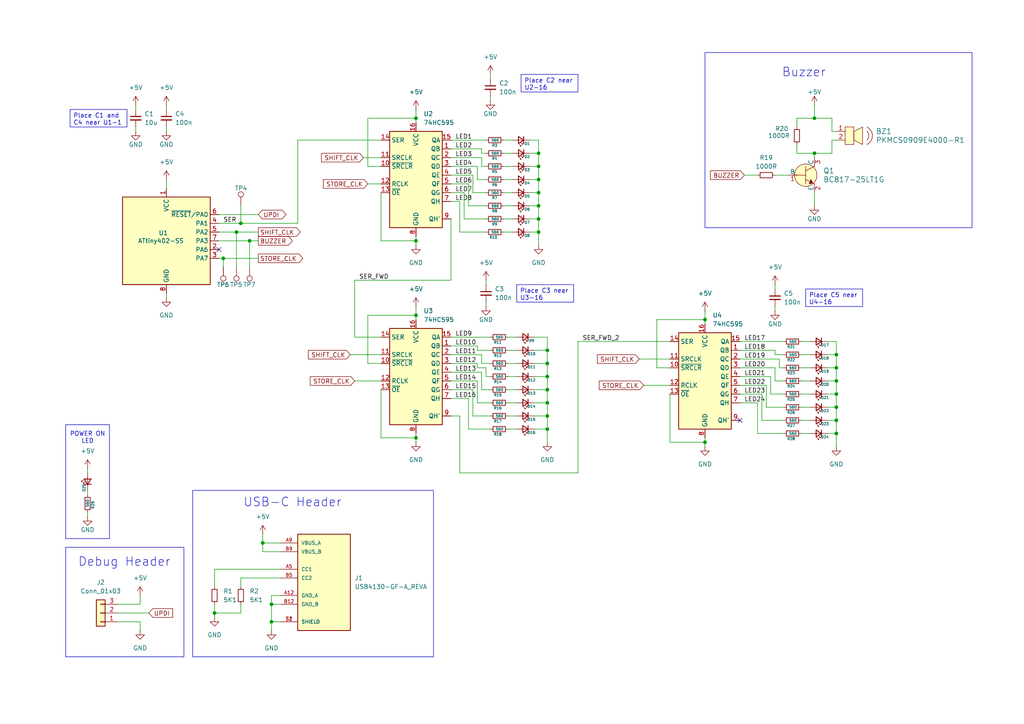
<source format=kicad_sch>
(kicad_sch (version 20231120) (generator "eeschema") (generator_version "8.0")
  (paper "A4")
  (junction (at 120.65 69.85))
  (junction (at 158.75 116.84))
  (junction (at 242.57 114.3))
  (junction (at 158.75 105.41))
  (junction (at 156.21 55.88))
  (junction (at 158.75 120.65))
  (junction (at 120.65 34.29))
  (junction (at 78.74 175.26))
  (junction (at 62.23 177.8))
  (junction (at 242.57 121.92))
  (junction (at 236.22 34.29))
  (junction (at 204.47 92.71))
  (junction (at 242.57 125.73))
  (junction (at 242.57 110.49))
  (junction (at 158.75 124.46))
  (junction (at 156.21 67.31))
  (junction (at 204.47 128.27))
  (junction (at 242.57 118.11))
  (junction (at 158.75 113.03))
  (junction (at 72.39 69.85))
  (junction (at 78.74 180.34))
  (junction (at 68.58 67.31))
  (junction (at 236.22 44.45))
  (junction (at 76.2 157.48))
  (junction (at 64.77 74.93))
  (junction (at 158.75 101.6))
  (junction (at 242.57 106.68))
  (junction (at 156.21 59.69))
  (junction (at 156.21 52.07))
  (junction (at 156.21 48.26))
  (junction (at 242.57 102.87))
  (junction (at 156.21 63.5))
  (junction (at 120.65 127))
  (junction (at 120.65 91.44))
  (junction (at 69.85 64.77))
  (junction (at 156.21 44.45))
  (junction (at 158.75 109.22))
  (no_connect (at 63.5 72.39))
  (no_connect (at 214.63 121.92))
  (wire (pts (xy 78.74 175.26) (xy 81.28 175.26)))
  (wire (pts (xy 62.23 165.1) (xy 81.28 165.1)))
  (wire (pts (xy 40.64 175.26) (xy 40.64 172.72)))
  (wire (pts (xy 214.63 99.06) (xy 227.33 99.06)))
  (wire (pts (xy 236.22 45.72) (xy 236.22 44.45)))
  (wire (pts (xy 140.97 87.63) (xy 140.97 88.9)))
  (wire (pts (xy 78.74 172.72) (xy 78.74 175.26)))
  (wire (pts (xy 232.41 99.06) (xy 234.95 99.06)))
  (wire (pts (xy 154.94 124.46) (xy 158.75 124.46)))
  (wire (pts (xy 133.35 120.65) (xy 130.81 120.65)))
  (wire (pts (xy 68.58 67.31) (xy 68.58 77.47)))
  (wire (pts (xy 130.81 40.64) (xy 140.97 40.64)))
  (wire (pts (xy 232.41 106.68) (xy 234.95 106.68)))
  (wire (pts (xy 154.94 109.22) (xy 158.75 109.22)))
  (wire (pts (xy 147.32 97.79) (xy 149.86 97.79)))
  (wire (pts (xy 106.68 105.41) (xy 106.68 91.44)))
  (wire (pts (xy 130.81 97.79) (xy 142.24 97.79)))
  (wire (pts (xy 194.31 114.3) (xy 194.31 128.27)))
  (wire (pts (xy 102.87 97.79) (xy 110.49 97.79)))
  (wire (pts (xy 106.68 34.29) (xy 120.65 34.29)))
  (wire (pts (xy 120.65 31.75) (xy 120.65 34.29)))
  (wire (pts (xy 224.79 88.9) (xy 224.79 90.17)))
  (wire (pts (xy 138.43 100.33) (xy 130.81 100.33)))
  (wire (pts (xy 158.75 113.03) (xy 158.75 116.84)))
  (wire (pts (xy 39.37 30.48) (xy 39.37 31.75)))
  (wire (pts (xy 138.43 101.6) (xy 138.43 100.33)))
  (wire (pts (xy 120.65 91.44) (xy 120.65 92.71)))
  (wire (pts (xy 231.14 34.29) (xy 231.14 36.83)))
  (wire (pts (xy 158.75 101.6) (xy 158.75 105.41)))
  (wire (pts (xy 236.22 34.29) (xy 241.3 34.29)))
  (wire (pts (xy 39.37 36.83) (xy 39.37 38.1)))
  (wire (pts (xy 142.24 105.41) (xy 139.7 105.41)))
  (wire (pts (xy 153.67 59.69) (xy 156.21 59.69)))
  (wire (pts (xy 137.16 120.65) (xy 142.24 120.65)))
  (wire (pts (xy 240.03 121.92) (xy 242.57 121.92)))
  (wire (pts (xy 134.62 63.5) (xy 140.97 63.5)))
  (wire (pts (xy 133.35 137.16) (xy 133.35 120.65)))
  (wire (pts (xy 240.03 99.06) (xy 242.57 99.06)))
  (wire (pts (xy 120.65 68.58) (xy 120.65 69.85)))
  (wire (pts (xy 194.31 106.68) (xy 190.5 106.68)))
  (wire (pts (xy 156.21 63.5) (xy 156.21 67.31)))
  (wire (pts (xy 231.14 44.45) (xy 236.22 44.45)))
  (wire (pts (xy 156.21 67.31) (xy 156.21 71.12)))
  (wire (pts (xy 140.97 106.68) (xy 138.43 106.68)))
  (wire (pts (xy 154.94 101.6) (xy 158.75 101.6)))
  (wire (pts (xy 48.26 36.83) (xy 48.26 38.1)))
  (wire (pts (xy 142.24 109.22) (xy 140.97 109.22)))
  (wire (pts (xy 147.32 124.46) (xy 149.86 124.46)))
  (wire (pts (xy 214.63 111.76) (xy 222.25 111.76)))
  (wire (pts (xy 142.24 27.94) (xy 142.24 29.21)))
  (wire (pts (xy 64.77 74.93) (xy 74.93 74.93)))
  (wire (pts (xy 147.32 105.41) (xy 149.86 105.41)))
  (wire (pts (xy 130.81 58.42) (xy 133.35 58.42)))
  (wire (pts (xy 204.47 128.27) (xy 204.47 129.54)))
  (wire (pts (xy 81.28 160.02) (xy 76.2 160.02)))
  (wire (pts (xy 139.7 45.72) (xy 139.7 48.26)))
  (wire (pts (xy 86.36 40.64) (xy 86.36 64.77)))
  (wire (pts (xy 215.9 50.8) (xy 219.71 50.8)))
  (wire (pts (xy 194.31 128.27) (xy 204.47 128.27)))
  (wire (pts (xy 204.47 90.17) (xy 204.47 92.71)))
  (wire (pts (xy 232.41 125.73) (xy 234.95 125.73)))
  (wire (pts (xy 240.03 102.87) (xy 242.57 102.87)))
  (wire (pts (xy 62.23 165.1) (xy 62.23 170.18)))
  (wire (pts (xy 154.94 116.84) (xy 158.75 116.84)))
  (wire (pts (xy 240.03 110.49) (xy 242.57 110.49)))
  (wire (pts (xy 138.43 52.07) (xy 140.97 52.07)))
  (wire (pts (xy 110.49 127) (xy 120.65 127)))
  (wire (pts (xy 110.49 48.26) (xy 106.68 48.26)))
  (wire (pts (xy 220.98 121.92) (xy 227.33 121.92)))
  (wire (pts (xy 146.05 55.88) (xy 148.59 55.88)))
  (wire (pts (xy 102.87 110.49) (xy 110.49 110.49)))
  (wire (pts (xy 236.22 30.48) (xy 236.22 34.29)))
  (wire (pts (xy 240.03 125.73) (xy 242.57 125.73)))
  (wire (pts (xy 110.49 105.41) (xy 106.68 105.41)))
  (wire (pts (xy 72.39 69.85) (xy 74.93 69.85)))
  (wire (pts (xy 130.81 53.34) (xy 135.89 53.34)))
  (wire (pts (xy 63.5 67.31) (xy 68.58 67.31)))
  (wire (pts (xy 25.4 135.89) (xy 25.4 137.16)))
  (wire (pts (xy 214.63 106.68) (xy 224.79 106.68)))
  (wire (pts (xy 241.3 38.1) (xy 241.3 34.29)))
  (wire (pts (xy 139.7 105.41) (xy 139.7 102.87)))
  (wire (pts (xy 167.64 99.06) (xy 167.64 137.16)))
  (wire (pts (xy 120.65 127) (xy 120.65 128.27)))
  (wire (pts (xy 69.85 177.8) (xy 62.23 177.8)))
  (wire (pts (xy 64.77 74.93) (xy 64.77 77.47)))
  (wire (pts (xy 25.4 148.59) (xy 25.4 149.86)))
  (wire (pts (xy 139.7 48.26) (xy 140.97 48.26)))
  (wire (pts (xy 232.41 102.87) (xy 234.95 102.87)))
  (wire (pts (xy 147.32 113.03) (xy 149.86 113.03)))
  (wire (pts (xy 232.41 121.92) (xy 234.95 121.92)))
  (wire (pts (xy 242.57 102.87) (xy 242.57 106.68)))
  (wire (pts (xy 106.68 53.34) (xy 110.49 53.34)))
  (wire (pts (xy 232.41 118.11) (xy 234.95 118.11)))
  (wire (pts (xy 154.94 113.03) (xy 158.75 113.03)))
  (wire (pts (xy 138.43 106.68) (xy 138.43 105.41)))
  (wire (pts (xy 158.75 116.84) (xy 158.75 120.65)))
  (wire (pts (xy 138.43 116.84) (xy 142.24 116.84)))
  (wire (pts (xy 153.67 67.31) (xy 156.21 67.31)))
  (wire (pts (xy 34.29 175.26) (xy 40.64 175.26)))
  (wire (pts (xy 110.49 55.88) (xy 110.49 69.85)))
  (wire (pts (xy 224.79 110.49) (xy 227.33 110.49)))
  (wire (pts (xy 139.7 102.87) (xy 130.81 102.87)))
  (wire (pts (xy 34.29 177.8) (xy 43.18 177.8)))
  (wire (pts (xy 78.74 180.34) (xy 78.74 182.88)))
  (wire (pts (xy 242.57 106.68) (xy 242.57 110.49)))
  (wire (pts (xy 140.97 81.28) (xy 140.97 82.55)))
  (wire (pts (xy 140.97 109.22) (xy 140.97 106.68)))
  (wire (pts (xy 130.81 50.8) (xy 137.16 50.8)))
  (wire (pts (xy 219.71 125.73) (xy 227.33 125.73)))
  (wire (pts (xy 241.3 40.64) (xy 242.57 40.64)))
  (wire (pts (xy 153.67 63.5) (xy 156.21 63.5)))
  (wire (pts (xy 167.64 137.16) (xy 133.35 137.16)))
  (wire (pts (xy 156.21 55.88) (xy 156.21 59.69)))
  (wire (pts (xy 241.3 38.1) (xy 242.57 38.1)))
  (wire (pts (xy 78.74 175.26) (xy 78.74 180.34)))
  (wire (pts (xy 224.79 50.8) (xy 228.6 50.8)))
  (wire (pts (xy 222.25 111.76) (xy 222.25 118.11)))
  (wire (pts (xy 242.57 99.06) (xy 242.57 102.87)))
  (wire (pts (xy 138.43 48.26) (xy 138.43 52.07)))
  (wire (pts (xy 69.85 170.18) (xy 69.85 167.64)))
  (wire (pts (xy 214.63 104.14) (xy 226.06 104.14)))
  (wire (pts (xy 110.49 69.85) (xy 120.65 69.85)))
  (wire (pts (xy 120.65 125.73) (xy 120.65 127)))
  (wire (pts (xy 190.5 106.68) (xy 190.5 92.71)))
  (wire (pts (xy 158.75 97.79) (xy 158.75 101.6)))
  (wire (pts (xy 139.7 113.03) (xy 139.7 107.95)))
  (wire (pts (xy 135.89 115.57) (xy 135.89 124.46)))
  (wire (pts (xy 72.39 69.85) (xy 72.39 77.47)))
  (wire (pts (xy 48.26 52.07) (xy 48.26 54.61)))
  (wire (pts (xy 137.16 55.88) (xy 140.97 55.88)))
  (wire (pts (xy 69.85 175.26) (xy 69.85 177.8)))
  (wire (pts (xy 40.64 180.34) (xy 34.29 180.34)))
  (wire (pts (xy 102.87 81.28) (xy 102.87 97.79)))
  (wire (pts (xy 156.21 48.26) (xy 156.21 52.07)))
  (wire (pts (xy 62.23 177.8) (xy 62.23 179.07)))
  (wire (pts (xy 69.85 64.77) (xy 86.36 64.77)))
  (wire (pts (xy 134.62 55.88) (xy 134.62 63.5)))
  (wire (pts (xy 139.7 107.95) (xy 130.81 107.95)))
  (wire (pts (xy 224.79 102.87) (xy 224.79 101.6)))
  (wire (pts (xy 130.81 115.57) (xy 135.89 115.57)))
  (wire (pts (xy 101.6 102.87) (xy 110.49 102.87)))
  (wire (pts (xy 146.05 67.31) (xy 148.59 67.31)))
  (wire (pts (xy 153.67 55.88) (xy 156.21 55.88)))
  (wire (pts (xy 154.94 105.41) (xy 158.75 105.41)))
  (wire (pts (xy 76.2 157.48) (xy 76.2 154.94)))
  (wire (pts (xy 139.7 43.18) (xy 139.7 44.45)))
  (wire (pts (xy 223.52 114.3) (xy 227.33 114.3)))
  (wire (pts (xy 137.16 50.8) (xy 137.16 55.88)))
  (wire (pts (xy 48.26 85.09) (xy 48.26 86.36)))
  (wire (pts (xy 81.28 172.72) (xy 78.74 172.72)))
  (wire (pts (xy 236.22 44.45) (xy 241.3 44.45)))
  (wire (pts (xy 130.81 110.49) (xy 138.43 110.49)))
  (wire (pts (xy 231.14 41.91) (xy 231.14 44.45)))
  (wire (pts (xy 48.26 30.48) (xy 48.26 31.75)))
  (wire (pts (xy 156.21 59.69) (xy 156.21 63.5)))
  (wire (pts (xy 146.05 40.64) (xy 148.59 40.64)))
  (wire (pts (xy 158.75 109.22) (xy 158.75 113.03)))
  (wire (pts (xy 130.81 48.26) (xy 138.43 48.26)))
  (wire (pts (xy 240.03 106.68) (xy 242.57 106.68)))
  (wire (pts (xy 146.05 59.69) (xy 148.59 59.69)))
  (wire (pts (xy 158.75 124.46) (xy 158.75 128.27)))
  (wire (pts (xy 69.85 167.64) (xy 81.28 167.64)))
  (wire (pts (xy 63.5 74.93) (xy 64.77 74.93)))
  (wire (pts (xy 224.79 101.6) (xy 214.63 101.6)))
  (wire (pts (xy 186.69 111.76) (xy 194.31 111.76)))
  (wire (pts (xy 167.64 99.06) (xy 194.31 99.06)))
  (wire (pts (xy 232.41 110.49) (xy 234.95 110.49)))
  (wire (pts (xy 130.81 43.18) (xy 139.7 43.18)))
  (wire (pts (xy 147.32 101.6) (xy 149.86 101.6)))
  (wire (pts (xy 86.36 40.64) (xy 110.49 40.64)))
  (wire (pts (xy 137.16 113.03) (xy 137.16 120.65)))
  (wire (pts (xy 130.81 55.88) (xy 134.62 55.88)))
  (wire (pts (xy 204.47 127) (xy 204.47 128.27)))
  (wire (pts (xy 219.71 116.84) (xy 219.71 125.73)))
  (wire (pts (xy 220.98 114.3) (xy 220.98 121.92)))
  (wire (pts (xy 130.81 63.5) (xy 130.81 81.28)))
  (wire (pts (xy 236.22 34.29) (xy 231.14 34.29)))
  (wire (pts (xy 214.63 116.84) (xy 219.71 116.84)))
  (wire (pts (xy 242.57 110.49) (xy 242.57 114.3)))
  (wire (pts (xy 214.63 109.22) (xy 223.52 109.22)))
  (wire (pts (xy 190.5 92.71) (xy 204.47 92.71)))
  (wire (pts (xy 242.57 125.73) (xy 242.57 129.54)))
  (wire (pts (xy 130.81 113.03) (xy 137.16 113.03)))
  (wire (pts (xy 158.75 120.65) (xy 158.75 124.46)))
  (wire (pts (xy 232.41 114.3) (xy 234.95 114.3)))
  (wire (pts (xy 222.25 118.11) (xy 227.33 118.11)))
  (wire (pts (xy 156.21 44.45) (xy 156.21 48.26)))
  (wire (pts (xy 147.32 116.84) (xy 149.86 116.84)))
  (wire (pts (xy 147.32 109.22) (xy 149.86 109.22)))
  (wire (pts (xy 130.81 45.72) (xy 139.7 45.72)))
  (wire (pts (xy 241.3 44.45) (xy 241.3 40.64)))
  (wire (pts (xy 153.67 40.64) (xy 156.21 40.64)))
  (wire (pts (xy 40.64 182.88) (xy 40.64 180.34)))
  (wire (pts (xy 242.57 114.3) (xy 242.57 118.11)))
  (wire (pts (xy 226.06 106.68) (xy 226.06 104.14)))
  (wire (pts (xy 120.65 69.85) (xy 120.65 71.12)))
  (wire (pts (xy 154.94 97.79) (xy 158.75 97.79)))
  (wire (pts (xy 81.28 157.48) (xy 76.2 157.48)))
  (wire (pts (xy 146.05 52.07) (xy 148.59 52.07)))
  (wire (pts (xy 135.89 59.69) (xy 140.97 59.69)))
  (wire (pts (xy 227.33 102.87) (xy 224.79 102.87)))
  (wire (pts (xy 135.89 124.46) (xy 142.24 124.46)))
  (wire (pts (xy 106.68 48.26) (xy 106.68 34.29)))
  (wire (pts (xy 146.05 48.26) (xy 148.59 48.26)))
  (wire (pts (xy 223.52 109.22) (xy 223.52 114.3)))
  (wire (pts (xy 63.5 69.85) (xy 72.39 69.85)))
  (wire (pts (xy 76.2 160.02) (xy 76.2 157.48)))
  (wire (pts (xy 105.41 45.72) (xy 110.49 45.72)))
  (wire (pts (xy 236.22 55.88) (xy 236.22 59.69)))
  (wire (pts (xy 120.65 34.29) (xy 120.65 35.56)))
  (wire (pts (xy 63.5 64.77) (xy 69.85 64.77)))
  (wire (pts (xy 139.7 44.45) (xy 140.97 44.45)))
  (wire (pts (xy 68.58 67.31) (xy 74.93 67.31)))
  (wire (pts (xy 142.24 113.03) (xy 139.7 113.03)))
  (wire (pts (xy 133.35 67.31) (xy 140.97 67.31)))
  (wire (pts (xy 146.05 63.5) (xy 148.59 63.5)))
  (wire (pts (xy 120.65 88.9) (xy 120.65 91.44)))
  (wire (pts (xy 146.05 44.45) (xy 148.59 44.45)))
  (wire (pts (xy 224.79 82.55) (xy 224.79 83.82)))
  (wire (pts (xy 153.67 52.07) (xy 156.21 52.07)))
  (wire (pts (xy 106.68 91.44) (xy 120.65 91.44)))
  (wire (pts (xy 240.03 118.11) (xy 242.57 118.11)))
  (wire (pts (xy 156.21 52.07) (xy 156.21 55.88)))
  (wire (pts (xy 156.21 40.64) (xy 156.21 44.45)))
  (wire (pts (xy 242.57 118.11) (xy 242.57 121.92)))
  (wire (pts (xy 142.24 101.6) (xy 138.43 101.6)))
  (wire (pts (xy 130.81 105.41) (xy 138.43 105.41)))
  (wire (pts (xy 135.89 53.34) (xy 135.89 59.69)))
  (wire (pts (xy 214.63 114.3) (xy 220.98 114.3)))
  (wire (pts (xy 224.79 106.68) (xy 224.79 110.49)))
  (wire (pts (xy 147.32 120.65) (xy 149.86 120.65)))
  (wire (pts (xy 154.94 120.65) (xy 158.75 120.65)))
  (wire (pts (xy 142.24 21.59) (xy 142.24 22.86)))
  (wire (pts (xy 25.4 142.24) (xy 25.4 143.51)))
  (wire (pts (xy 242.57 121.92) (xy 242.57 125.73)))
  (wire (pts (xy 227.33 106.68) (xy 226.06 106.68)))
  (wire (pts (xy 158.75 105.41) (xy 158.75 109.22)))
  (wire (pts (xy 153.67 44.45) (xy 156.21 44.45)))
  (wire (pts (xy 69.85 59.69) (xy 69.85 64.77)))
  (wire (pts (xy 133.35 58.42) (xy 133.35 67.31)))
  (wire (pts (xy 63.5 62.23) (xy 74.93 62.23)))
  (wire (pts (xy 185.42 104.14) (xy 194.31 104.14)))
  (wire (pts (xy 78.74 180.34) (xy 81.28 180.34)))
  (wire (pts (xy 204.47 92.71) (xy 204.47 93.98)))
  (wire (pts (xy 110.49 113.03) (xy 110.49 127)))
  (wire (pts (xy 138.43 110.49) (xy 138.43 116.84)))
  (wire (pts (xy 153.67 48.26) (xy 156.21 48.26)))
  (wire (pts (xy 130.81 81.28) (xy 102.87 81.28)))
  (wire (pts (xy 62.23 175.26) (xy 62.23 177.8)))
  (wire (pts (xy 240.03 114.3) (xy 242.57 114.3)))
  (rectangle (start 19.05 158.75) (end 53.34 190.5))
  (rectangle (start 204.47 15.24) (end 281.94 66.04))
  (rectangle (start 19.05 123.19) (end 31.75 156.21))
  (rectangle (start 55.88 142.24) (end 125.73 190.5))
  (text_box "Place C1 and C4 near U1-1" (at 20.32 31.75 0) (size 16.51 5.08) (effects (font (size 1.27 1.27)) (justify left top)))
  (text_box "Place C3 near U3-16" (at 149.86 82.55 0) (size 16.51 5.08) (effects (font (size 1.27 1.27)) (justify left top)))
  (text_box "Place C5 near U4-16" (at 233.68 83.82 0) (size 16.51 5.08) (effects (font (size 1.27 1.27)) (justify left top)))
  (text_box "Place C2 near U2-16" (at 151.13 21.59 0) (size 16.51 5.08) (effects (font (size 1.27 1.27)) (justify left top)))
  (text "POWER ON\nLED" (at 25.4 127 0) (effects (font (size 1.27 1.27))))
  (text "Debug Header" (at 36.068 163.068 0) (effects (font (size 2.54 2.54))))
  (text "USB-C Header" (at 84.836 145.796 0) (effects (font (size 2.54 2.54))))
  (text "Buzzer" (at 233.172 21.082 0) (effects (font (size 2.54 2.54))))
  (label "LED1" (at 132.08 40.64 0))
  (label "LED18" (at 215.9 101.6 0))
  (label "LED17" (at 215.9 99.06 0))
  (label "LED3" (at 132.08 45.72 0))
  (label "LED2" (at 132.08 43.18 0))
  (label "LED8" (at 132.08 58.42 0))
  (label "LED19" (at 215.9 104.14 0))
  (label "LED21" (at 215.9 109.22 0))
  (label "LED14" (at 132.08 110.49 0))
  (label "SER_FWD" (at 104.14 81.28 0))
  (label "LED13" (at 132.08 107.95 0))
  (label "LED4" (at 132.08 48.26 0))
  (label "LED11" (at 132.08 102.87 0))
  (label "LED22" (at 215.9 111.76 0))
  (label "LED12" (at 132.08 105.41 0))
  (label "LED7" (at 132.08 55.88 0))
  (label "LED23" (at 215.9 114.3 0))
  (label "LED16" (at 132.08 115.57 0))
  (label "LED9" (at 132.08 97.79 0))
  (label "SER_FWD_2" (at 168.91 99.06 0))
  (label "LED5" (at 132.08 50.8 0))
  (label "LED15" (at 132.08 113.03 0))
  (label "LED6" (at 132.08 53.34 0))
  (label "LED20" (at 215.9 106.68 0))
  (label "LED24" (at 215.9 116.84 0))
  (label "LED10" (at 132.08 100.33 0))
  (label "SER" (at 64.77 64.77 0))
  (global_label "UPDI" (shape input) (at 43.18 177.8 0) (property "Intersheetrefs" "${INTERSHEET_REFS}" (effects (hide yes))))
  (global_label "SHIFT_CLK" (shape input) (at 101.6 102.87 180) (property "Intersheetrefs" "${INTERSHEET_REFS}" (effects (hide yes))))
  (global_label "STORE_CLK" (shape output) (at 74.93 74.93 0) (property "Intersheetrefs" "${INTERSHEET_REFS}" (effects (hide yes))))
  (global_label "STORE_CLK" (shape input) (at 186.69 111.76 180) (property "Intersheetrefs" "${INTERSHEET_REFS}" (effects (hide yes))))
  (global_label "STORE_CLK" (shape input) (at 102.87 110.49 180) (property "Intersheetrefs" "${INTERSHEET_REFS}" (effects (hide yes))))
  (global_label "STORE_CLK" (shape input) (at 106.68 53.34 180) (property "Intersheetrefs" "${INTERSHEET_REFS}" (effects (hide yes))))
  (global_label "SHIFT_CLK" (shape output) (at 74.93 67.31 0) (property "Intersheetrefs" "${INTERSHEET_REFS}" (effects (hide yes))))
  (global_label "UPDI" (shape bidirectional) (at 74.93 62.23 0) (property "Intersheetrefs" "${INTERSHEET_REFS}" (effects (hide yes))))
  (global_label "SHIFT_CLK" (shape input) (at 105.41 45.72 180) (property "Intersheetrefs" "${INTERSHEET_REFS}" (effects (hide yes))))
  (global_label "BUZZER" (shape output) (at 74.93 69.85 0) (property "Intersheetrefs" "${INTERSHEET_REFS}" (effects (hide yes))))
  (global_label "BUZZER" (shape input) (at 215.9 50.8 180) (property "Intersheetrefs" "${INTERSHEET_REFS}" (effects (hide yes))))
  (global_label "SHIFT_CLK" (shape input) (at 185.42 104.14 180) (property "Intersheetrefs" "${INTERSHEET_REFS}" (effects (hide yes))))
  (symbol (lib_id "Device:LED_Small") (at 152.4 109.22 180) (unit 1)
    (property "Reference" "D12" (at 154.178 110.236 0) (effects (font (size 0.762 0.762))))
    (property "Value" "LED_Small" (effects (hide yes)))
    (property "Footprint" "LED_SMD:LED_0805_2012Metric_Pad1.15x1.40mm_HandSolder" (effects (hide yes)))
    (property "Description" "Light emitting diode, small symbol" (effects (hide yes)))
  )
  (symbol (lib_id "Device:LED_Small") (at 237.49 125.73 180) (unit 1)
    (property "Reference" "D24" (at 239.268 126.746 0) (effects (font (size 0.762 0.762))))
    (property "Value" "LED_Small" (effects (hide yes)))
    (property "Footprint" "LED_SMD:LED_0805_2012Metric_Pad1.15x1.40mm_HandSolder" (effects (hide yes)))
    (property "Description" "Light emitting diode, small symbol" (effects (hide yes)))
  )
  (symbol (lib_id "power:GND") (at 120.65 128.27 0) (unit 1)
    (property "Reference" "#PWR010" (effects (hide yes)))
    (property "Value" "GND" (at 120.65 133.35 0))
    (property "Description" "Power symbol creates a global label with name \"GND\" , ground" (effects (hide yes)))
  )
  (symbol (lib_id "Device:LED_Small") (at 151.13 63.5 180) (unit 1)
    (property "Reference" "D7" (at 152.908 64.516 0) (effects (font (size 0.762 0.762))))
    (property "Value" "LED_Small" (effects (hide yes)))
    (property "Footprint" "LED_SMD:LED_0805_2012Metric_Pad1.15x1.40mm_HandSolder" (effects (hide yes)))
    (property "Description" "Light emitting diode, small symbol" (effects (hide yes)))
  )
  (symbol (lib_id "Device:R_Small") (at 231.14 39.37 180) (unit 1)
    (property "Reference" "R20" (at 224.79 37.338 0) (effects (justify right)))
    (property "Value" "1000R" (at 222.758 39.37 0) (effects (justify right)))
    (property "Footprint" "Resistor_SMD:R_0805_2012Metric_Pad1.20x1.40mm_HandSolder" (effects (hide yes)))
    (property "Description" "Resistor, small symbol" (effects (hide yes)))
  )
  (symbol (lib_id "dk_Alarms-Buzzers-and-Sirens:PKMCS0909E4000-R1") (at 245.11 40.64 0) (unit 1)
    (property "Reference" "BZ1" (at 254 38.0999 0) (effects (font (size 1.524 1.524)) (justify left)))
    (property "Value" "PKMCS0909E4000-R1" (at 254 40.6399 0) (effects (font (size 1.524 1.524)) (justify left)))
    (property "Footprint" "digikey-footprints:Piezo_9x9mm_PKMCS0909E4000-R1" (effects (hide yes)))
    (property "Datasheet" "https://www.murata.com/~/media/webrenewal/products/sound/sounder/vppt-buzj083-d.ashx" (effects (hide yes)))
    (property "Description" "AUDIO PIEZO TRANSDUCER 12.5V SMD" (effects (hide yes)))
    (property "Digi-Key_PN" "490-9647-1-ND" (effects (hide yes)))
    (property "MPN" "PKMCS0909E4000-R1" (effects (hide yes)))
    (property "Category" "Audio Products" (effects (hide yes)))
    (property "Family" "Alarms, Buzzers, and Sirens" (effects (hide yes)))
    (property "DK_Datasheet_Link" "https://www.murata.com/~{/media/webrenewal/products/sound/sounder/vppt-buzj083-d.ashx}" (effects (hide yes)))
    (property "DK_Detail_Page" "/product-detail/en/murata-electronics-north-america/PKMCS0909E4000-R1/490-9647-1-ND/4878401" (effects (hide yes)))
    (property "Description_1" "AUDIO PIEZO TRANSDUCER 12.5V SMD" (effects (hide yes)))
    (property "Manufacturer" "Murata Electronics North America" (effects (hide yes)))
    (property "Status" "Active" (effects (hide yes)))
  )
  (symbol (lib_id "Device:R_Small") (at 229.87 110.49 90) (unit 1)
    (property "Reference" "R24" (at 230.632 112.014 90) (effects (font (size 0.762 0.762)) (justify left)))
    (property "Value" "560" (at 231.14 110.49 90) (effects (font (size 0.762 0.762)) (justify left)))
    (property "Footprint" "Resistor_SMD:R_0805_2012Metric_Pad1.20x1.40mm_HandSolder" (effects (hide yes)))
    (property "Description" "Resistor, small symbol" (effects (hide yes)))
  )
  (symbol (lib_id "power:+5V") (at 48.26 52.07 0) (unit 1)
    (property "Reference" "#PWR03" (effects (hide yes)))
    (property "Value" "+5V" (at 48.26 46.99 0))
    (property "Description" "Power symbol creates a global label with name \"+5V\"" (effects (hide yes)))
  )
  (symbol (lib_id "Device:C_Small") (at 140.97 85.09 0) (unit 1)
    (property "Reference" "C3" (at 143.51 83.8262 0) (effects (justify left)))
    (property "Value" "100n" (at 143.51 86.3662 0) (effects (justify left)))
    (property "Footprint" "Capacitor_SMD:C_0805_2012Metric_Pad1.18x1.45mm_HandSolder" (effects (hide yes)))
    (property "Description" "Unpolarized capacitor, small symbol" (effects (hide yes)))
  )
  (symbol (lib_id "74xx:74HC595") (at 120.65 50.8 0) (unit 1)
    (property "Reference" "U2" (at 122.8441 33.02 0) (effects (justify left)))
    (property "Value" "74HC595" (at 122.8441 35.56 0) (effects (justify left)))
    (property "Footprint" "Package_SO:SOIC-16_3.9x9.9mm_P1.27mm" (effects (hide yes)))
    (property "Datasheet" "http://www.ti.com/lit/ds/symlink/sn74hc595.pdf" (effects (hide yes)))
    (property "Description" "8-bit serial in/out Shift Register 3-State Outputs" (effects (hide yes)))
  )
  (symbol (lib_id "Device:LED_Small") (at 237.49 106.68 180) (unit 1)
    (property "Reference" "D19" (at 239.268 107.696 0) (effects (font (size 0.762 0.762))))
    (property "Value" "LED_Small" (effects (hide yes)))
    (property "Footprint" "LED_SMD:LED_0805_2012Metric_Pad1.15x1.40mm_HandSolder" (effects (hide yes)))
    (property "Description" "Light emitting diode, small symbol" (effects (hide yes)))
  )
  (symbol (lib_id "power:GND") (at 140.97 88.9 0) (unit 1)
    (property "Reference" "#PWR015" (effects (hide yes)))
    (property "Value" "GND" (at 140.97 92.71 0))
    (property "Description" "Power symbol creates a global label with name \"GND\" , ground" (effects (hide yes)))
  )
  (symbol (lib_id "power:GND") (at 142.24 29.21 0) (unit 1)
    (property "Reference" "#PWR013" (effects (hide yes)))
    (property "Value" "GND" (at 142.24 33.02 0))
    (property "Description" "Power symbol creates a global label with name \"GND\" , ground" (effects (hide yes)))
  )
  (symbol (lib_id "power:GND") (at 158.75 128.27 0) (unit 1)
    (property "Reference" "#PWR017" (effects (hide yes)))
    (property "Value" "GND" (at 158.75 133.35 0))
    (property "Description" "Power symbol creates a global label with name \"GND\" , ground" (effects (hide yes)))
  )
  (symbol (lib_id "dk_Transistors-Bipolar-BJT-Single:BC817-25LT1G") (at 233.68 50.8 0) (unit 1)
    (property "Reference" "Q1" (at 238.76 49.5299 0) (effects (font (size 1.524 1.524)) (justify left)))
    (property "Value" "BC817-25LT1G" (at 238.76 52.0699 0) (effects (font (size 1.524 1.524)) (justify left)))
    (property "Footprint" "digikey-footprints:SOT-23-3" (effects (hide yes)))
    (property "Datasheet" "https://www.onsemi.com/pub/Collateral/BC817-16LT1-D.PDF" (effects (hide yes)))
    (property "Description" "TRANS NPN 45V 0.5A SOT23" (effects (hide yes)))
    (property "Digi-Key_PN" "BC817-25LT1GOSCT-ND" (effects (hide yes)))
    (property "MPN" "BC817-25LT1G" (effects (hide yes)))
    (property "Category" "Discrete Semiconductor Products" (effects (hide yes)))
    (property "Family" "Transistors - Bipolar (BJT) - Single" (effects (hide yes)))
    (property "DK_Datasheet_Link" "https://www.onsemi.com/pub/Collateral/BC817-16LT1-D.PDF" (effects (hide yes)))
    (property "DK_Detail_Page" "/product-detail/en/on-semiconductor/BC817-25LT1G/BC817-25LT1GOSCT-ND/917829" (effects (hide yes)))
    (property "Description_1" "TRANS NPN 45V 0.5A SOT23" (effects (hide yes)))
    (property "Manufacturer" "ON Semiconductor" (effects (hide yes)))
    (property "Status" "Active" (effects (hide yes)))
  )
  (symbol (lib_id "power:GND") (at 48.26 38.1 0) (unit 1)
    (property "Reference" "#PWR020" (effects (hide yes)))
    (property "Value" "GND" (at 48.26 41.91 0))
    (property "Description" "Power symbol creates a global label with name \"GND\" , ground" (effects (hide yes)))
  )
  (symbol (lib_id "power:GND") (at 62.23 179.07 0) (unit 1)
    (property "Reference" "#PWR01" (effects (hide yes)))
    (property "Value" "GND" (at 62.23 184.15 0))
    (property "Description" "Power symbol creates a global label with name \"GND\" , ground" (effects (hide yes)))
  )
  (symbol (lib_id "Device:R_Small") (at 143.51 59.69 90) (unit 1)
    (property "Reference" "R8" (at 144.272 61.214 90) (effects (font (size 0.762 0.762)) (justify left)))
    (property "Value" "560" (at 144.78 59.69 90) (effects (font (size 0.762 0.762)) (justify left)))
    (property "Footprint" "Resistor_SMD:R_0805_2012Metric_Pad1.20x1.40mm_HandSolder" (effects (hide yes)))
    (property "Description" "Resistor, small symbol" (effects (hide yes)))
  )
  (symbol (lib_id "power:GND") (at 39.37 38.1 0) (unit 1)
    (property "Reference" "#PWR06" (effects (hide yes)))
    (property "Value" "GND" (at 39.37 41.91 0))
    (property "Description" "Power symbol creates a global label with name \"GND\" , ground" (effects (hide yes)))
  )
  (symbol (lib_id "Device:R_Small") (at 25.4 146.05 180) (unit 1)
    (property "Reference" "R29" (at 26.924 145.288 90) (effects (font (size 0.762 0.762)) (justify left)))
    (property "Value" "560" (at 25.4 144.78 90) (effects (font (size 0.762 0.762)) (justify left)))
    (property "Footprint" "Resistor_SMD:R_0805_2012Metric_Pad1.20x1.40mm_HandSolder" (effects (hide yes)))
    (property "Description" "Resistor, small symbol" (effects (hide yes)))
  )
  (symbol (lib_id "Device:R_Small") (at 143.51 67.31 90) (unit 1)
    (property "Reference" "R10" (at 144.272 68.834 90) (effects (font (size 0.762 0.762)) (justify left)))
    (property "Value" "560" (at 144.78 67.31 90) (effects (font (size 0.762 0.762)) (justify left)))
    (property "Footprint" "Resistor_SMD:R_0805_2012Metric_Pad1.20x1.40mm_HandSolder" (effects (hide yes)))
    (property "Description" "Resistor, small symbol" (effects (hide yes)))
  )
  (symbol (lib_id "Device:LED_Small") (at 151.13 44.45 180) (unit 1)
    (property "Reference" "D2" (at 152.908 45.466 0) (effects (font (size 0.762 0.762))))
    (property "Value" "LED_Small" (effects (hide yes)))
    (property "Footprint" "LED_SMD:LED_0805_2012Metric_Pad1.15x1.40mm_HandSolder" (effects (hide yes)))
    (property "Description" "Light emitting diode, small symbol" (effects (hide yes)))
  )
  (symbol (lib_id "Device:LED_Small") (at 151.13 48.26 180) (unit 1)
    (property "Reference" "D3" (at 152.908 49.276 0) (effects (font (size 0.762 0.762))))
    (property "Value" "LED_Small" (effects (hide yes)))
    (property "Footprint" "LED_SMD:LED_0805_2012Metric_Pad1.15x1.40mm_HandSolder" (effects (hide yes)))
    (property "Description" "Light emitting diode, small symbol" (effects (hide yes)))
  )
  (symbol (lib_id "Device:LED_Small") (at 152.4 101.6 180) (unit 1)
    (property "Reference" "D10" (at 154.178 102.616 0) (effects (font (size 0.762 0.762))))
    (property "Value" "LED_Small" (effects (hide yes)))
    (property "Footprint" "LED_SMD:LED_0805_2012Metric_Pad1.15x1.40mm_HandSolder" (effects (hide yes)))
    (property "Description" "Light emitting diode, small symbol" (effects (hide yes)))
  )
  (symbol (lib_id "Device:R_Small") (at 144.78 116.84 90) (unit 1)
    (property "Reference" "R16" (at 145.542 118.364 90) (effects (font (size 0.762 0.762)) (justify left)))
    (property "Value" "560" (at 146.05 116.84 90) (effects (font (size 0.762 0.762)) (justify left)))
    (property "Footprint" "Resistor_SMD:R_0805_2012Metric_Pad1.20x1.40mm_HandSolder" (effects (hide yes)))
    (property "Description" "Resistor, small symbol" (effects (hide yes)))
  )
  (symbol (lib_id "power:GND") (at 25.4 149.86 0) (unit 1)
    (property "Reference" "#PWR030" (effects (hide yes)))
    (property "Value" "GND" (at 25.4 153.67 0))
    (property "Description" "Power symbol creates a global label with name \"GND\" , ground" (effects (hide yes)))
  )
  (symbol (lib_id "Device:R_Small") (at 143.51 48.26 90) (unit 1)
    (property "Reference" "R5" (at 144.272 49.784 90) (effects (font (size 0.762 0.762)) (justify left)))
    (property "Value" "560" (at 144.78 48.26 90) (effects (font (size 0.762 0.762)) (justify left)))
    (property "Footprint" "Resistor_SMD:R_0805_2012Metric_Pad1.20x1.40mm_HandSolder" (effects (hide yes)))
    (property "Description" "Resistor, small symbol" (effects (hide yes)))
  )
  (symbol (lib_id "Device:LED_Small") (at 152.4 124.46 180) (unit 1)
    (property "Reference" "D16" (at 154.178 125.476 0) (effects (font (size 0.762 0.762))))
    (property "Value" "LED_Small" (effects (hide yes)))
    (property "Footprint" "LED_SMD:LED_0805_2012Metric_Pad1.15x1.40mm_HandSolder" (effects (hide yes)))
    (property "Description" "Light emitting diode, small symbol" (effects (hide yes)))
  )
  (symbol (lib_id "Device:C_Small") (at 224.79 86.36 0) (unit 1)
    (property "Reference" "C5" (at 227.33 85.0962 0) (effects (justify left)))
    (property "Value" "100n" (at 227.33 87.6362 0) (effects (justify left)))
    (property "Footprint" "Capacitor_SMD:C_0805_2012Metric_Pad1.18x1.45mm_HandSolder" (effects (hide yes)))
    (property "Description" "Unpolarized capacitor, small symbol" (effects (hide yes)))
  )
  (symbol (lib_id "power:+5V") (at 76.2 154.94 0) (unit 1)
    (property "Reference" "#PWR021" (effects (hide yes)))
    (property "Value" "+5V" (at 76.2 149.86 0))
    (property "Description" "Power symbol creates a global label with name \"+5V\"" (effects (hide yes)))
  )
  (symbol (lib_id "Device:R_Small") (at 144.78 105.41 90) (unit 1)
    (property "Reference" "R13" (at 145.542 106.934 90) (effects (font (size 0.762 0.762)) (justify left)))
    (property "Value" "560" (at 146.05 105.41 90) (effects (font (size 0.762 0.762)) (justify left)))
    (property "Footprint" "Resistor_SMD:R_0805_2012Metric_Pad1.20x1.40mm_HandSolder" (effects (hide yes)))
    (property "Description" "Resistor, small symbol" (effects (hide yes)))
  )
  (symbol (lib_id "power:GND") (at 48.26 86.36 0) (unit 1)
    (property "Reference" "#PWR05" (effects (hide yes)))
    (property "Value" "GND" (at 48.26 91.44 0))
    (property "Description" "Power symbol creates a global label with name \"GND\" , ground" (effects (hide yes)))
  )
  (symbol (lib_id "power:+5V") (at 48.26 30.48 0) (unit 1)
    (property "Reference" "#PWR019" (effects (hide yes)))
    (property "Value" "+5V" (at 48.26 25.4 0))
    (property "Description" "Power symbol creates a global label with name \"+5V\"" (effects (hide yes)))
  )
  (symbol (lib_id "Connector:TestPoint") (at 68.58 77.47 180) (unit 1)
    (property "Reference" "TP5" (at 70.358 82.55 0) (effects (justify left)))
    (property "Value" "SHIFT_CLK" (effects (hide yes)))
    (property "Footprint" "TestPoint:TestPoint_Pad_D1.0mm" (effects (hide yes)))
    (property "Description" "test point" (effects (hide yes)))
  )
  (symbol (lib_id "power:+5V") (at 224.79 82.55 0) (unit 1)
    (property "Reference" "#PWR026" (effects (hide yes)))
    (property "Value" "+5V" (at 224.79 77.47 0))
    (property "Description" "Power symbol creates a global label with name \"+5V\"" (effects (hide yes)))
  )
  (symbol (lib_id "Device:C_Small") (at 39.37 34.29 0) (unit 1)
    (property "Reference" "C1" (at 41.91 33.0262 0) (effects (justify left)))
    (property "Value" "10u" (at 41.91 35.5662 0) (effects (justify left)))
    (property "Footprint" "Capacitor_SMD:C_0805_2012Metric_Pad1.18x1.45mm_HandSolder" (effects (hide yes)))
    (property "Description" "Unpolarized capacitor, small symbol" (effects (hide yes)))
  )
  (symbol (lib_id "power:GND") (at 204.47 129.54 0) (unit 1)
    (property "Reference" "#PWR018" (effects (hide yes)))
    (property "Value" "GND" (at 204.47 134.62 0))
    (property "Description" "Power symbol creates a global label with name \"GND\" , ground" (effects (hide yes)))
  )
  (symbol (lib_id "power:+5V") (at 120.65 88.9 0) (unit 1)
    (property "Reference" "#PWR09" (effects (hide yes)))
    (property "Value" "+5V" (at 120.65 83.82 0))
    (property "Description" "Power symbol creates a global label with name \"+5V\"" (effects (hide yes)))
  )
  (symbol (lib_id "Device:R_Small") (at 229.87 114.3 90) (unit 1)
    (property "Reference" "R25" (at 230.632 115.824 90) (effects (font (size 0.762 0.762)) (justify left)))
    (property "Value" "560" (at 231.14 114.3 90) (effects (font (size 0.762 0.762)) (justify left)))
    (property "Footprint" "Resistor_SMD:R_0805_2012Metric_Pad1.20x1.40mm_HandSolder" (effects (hide yes)))
    (property "Description" "Resistor, small symbol" (effects (hide yes)))
  )
  (symbol (lib_id "Device:LED_Small") (at 152.4 120.65 180) (unit 1)
    (property "Reference" "D15" (at 154.178 121.666 0) (effects (font (size 0.762 0.762))))
    (property "Value" "LED_Small" (effects (hide yes)))
    (property "Footprint" "LED_SMD:LED_0805_2012Metric_Pad1.15x1.40mm_HandSolder" (effects (hide yes)))
    (property "Description" "Light emitting diode, small symbol" (effects (hide yes)))
  )
  (symbol (lib_id "power:GND") (at 78.74 182.88 0) (unit 1)
    (property "Reference" "#PWR02" (effects (hide yes)))
    (property "Value" "GND" (at 78.74 187.96 0))
    (property "Description" "Power symbol creates a global label with name \"GND\" , ground" (effects (hide yes)))
  )
  (symbol (lib_id "power:+5V") (at 120.65 31.75 0) (unit 1)
    (property "Reference" "#PWR07" (effects (hide yes)))
    (property "Value" "+5V" (at 120.65 26.67 0))
    (property "Description" "Power symbol creates a global label with name \"+5V\"" (effects (hide yes)))
  )
  (symbol (lib_id "Device:LED_Small") (at 151.13 40.64 180) (unit 1)
    (property "Reference" "D1" (at 152.908 41.656 0) (effects (font (size 0.762 0.762))))
    (property "Value" "LED_Small" (effects (hide yes)))
    (property "Footprint" "LED_SMD:LED_0805_2012Metric_Pad1.15x1.40mm_HandSolder" (effects (hide yes)))
    (property "Description" "Light emitting diode, small symbol" (effects (hide yes)))
  )
  (symbol (lib_id "Device:R_Small") (at 229.87 121.92 90) (unit 1)
    (property "Reference" "R27" (at 230.632 123.444 90) (effects (font (size 0.762 0.762)) (justify left)))
    (property "Value" "560" (at 231.14 121.92 90) (effects (font (size 0.762 0.762)) (justify left)))
    (property "Footprint" "Resistor_SMD:R_0805_2012Metric_Pad1.20x1.40mm_HandSolder" (effects (hide yes)))
    (property "Description" "Resistor, small symbol" (effects (hide yes)))
  )
  (symbol (lib_id "74xx:74HC595") (at 120.65 107.95 0) (unit 1)
    (property "Reference" "U3" (at 122.8441 90.17 0) (effects (justify left)))
    (property "Value" "74HC595" (at 122.8441 92.71 0) (effects (justify left)))
    (property "Footprint" "Package_SO:SOIC-16_3.9x9.9mm_P1.27mm" (effects (hide yes)))
    (property "Datasheet" "http://www.ti.com/lit/ds/symlink/sn74hc595.pdf" (effects (hide yes)))
    (property "Description" "8-bit serial in/out Shift Register 3-State Outputs" (effects (hide yes)))
  )
  (symbol (lib_id "Device:LED_Small") (at 151.13 59.69 180) (unit 1)
    (property "Reference" "D6" (at 152.908 60.706 0) (effects (font (size 0.762 0.762))))
    (property "Value" "LED_Small" (effects (hide yes)))
    (property "Footprint" "LED_SMD:LED_0805_2012Metric_Pad1.15x1.40mm_HandSolder" (effects (hide yes)))
    (property "Description" "Light emitting diode, small symbol" (effects (hide yes)))
  )
  (symbol (lib_id "power:+5V") (at 204.47 90.17 0) (unit 1)
    (property "Reference" "#PWR04" (effects (hide yes)))
    (property "Value" "+5V" (at 204.47 85.09 0))
    (property "Description" "Power symbol creates a global label with name \"+5V\"" (effects (hide yes)))
  )
  (symbol (lib_id "Device:LED_Small") (at 237.49 118.11 180) (unit 1)
    (property "Reference" "D22" (at 239.268 119.126 0) (effects (font (size 0.762 0.762))))
    (property "Value" "LED_Small" (effects (hide yes)))
    (property "Footprint" "LED_SMD:LED_0805_2012Metric_Pad1.15x1.40mm_HandSolder" (effects (hide yes)))
    (property "Description" "Light emitting diode, small symbol" (effects (hide yes)))
  )
  (symbol (lib_id "power:+5V") (at 236.22 30.48 0) (unit 1)
    (property "Reference" "#PWR022" (effects (hide yes)))
    (property "Value" "+5V" (at 236.22 26.67 0))
    (property "Description" "Power symbol creates a global label with name \"+5V\"" (effects (hide yes)))
  )
  (symbol (lib_id "power:GND") (at 224.79 90.17 0) (unit 1)
    (property "Reference" "#PWR027" (effects (hide yes)))
    (property "Value" "GND" (at 224.79 93.98 0))
    (property "Description" "Power symbol creates a global label with name \"GND\" , ground" (effects (hide yes)))
  )
  (symbol (lib_id "Device:LED_Small") (at 151.13 55.88 180) (unit 1)
    (property "Reference" "D5" (at 152.908 56.896 0) (effects (font (size 0.762 0.762))))
    (property "Value" "LED_Small" (effects (hide yes)))
    (property "Footprint" "LED_SMD:LED_0805_2012Metric_Pad1.15x1.40mm_HandSolder" (effects (hide yes)))
    (property "Description" "Light emitting diode, small symbol" (effects (hide yes)))
  )
  (symbol (lib_id "Device:R_Small") (at 229.87 125.73 90) (unit 1)
    (property "Reference" "R28" (at 230.632 127.254 90) (effects (font (size 0.762 0.762)) (justify left)))
    (property "Value" "560" (at 231.14 125.73 90) (effects (font (size 0.762 0.762)) (justify left)))
    (property "Footprint" "Resistor_SMD:R_0805_2012Metric_Pad1.20x1.40mm_HandSolder" (effects (hide yes)))
    (property "Description" "Resistor, small symbol" (effects (hide yes)))
  )
  (symbol (lib_id "power:+5V") (at 25.4 135.89 0) (unit 1)
    (property "Reference" "#PWR029" (effects (hide yes)))
    (property "Value" "+5V" (at 25.4 130.81 0))
    (property "Description" "Power symbol creates a global label with name \"+5V\"" (effects (hide yes)))
  )
  (symbol (lib_id "Connector:TestPoint") (at 69.85 59.69 0) (unit 1)
    (property "Reference" "TP4" (at 68.072 54.61 0) (effects (justify left)))
    (property "Value" "SER" (effects (hide yes)))
    (property "Footprint" "TestPoint:TestPoint_Pad_D1.0mm" (effects (hide yes)))
    (property "Description" "test point" (effects (hide yes)))
  )
  (symbol (lib_id "Device:R_Small") (at 69.85 172.72 0) (unit 1)
    (property "Reference" "R2" (at 72.39 171.4499 0) (effects (justify left)))
    (property "Value" "5K1" (at 72.39 173.9899 0) (effects (justify left)))
    (property "Footprint" "Resistor_SMD:R_0805_2012Metric_Pad1.20x1.40mm_HandSolder" (effects (hide yes)))
    (property "Description" "Resistor, small symbol" (effects (hide yes)))
  )
  (symbol (lib_id "Device:C_Small") (at 142.24 25.4 0) (unit 1)
    (property "Reference" "C2" (at 144.78 24.1362 0) (effects (justify left)))
    (property "Value" "100n" (at 144.78 26.6762 0) (effects (justify left)))
    (property "Footprint" "Capacitor_SMD:C_0805_2012Metric_Pad1.18x1.45mm_HandSolder" (effects (hide yes)))
    (property "Description" "Unpolarized capacitor, small symbol" (effects (hide yes)))
  )
  (symbol (lib_id "Device:R_Small") (at 229.87 106.68 90) (unit 1)
    (property "Reference" "R23" (at 230.632 108.204 90) (effects (font (size 0.762 0.762)) (justify left)))
    (property "Value" "560" (at 231.14 106.68 90) (effects (font (size 0.762 0.762)) (justify left)))
    (property "Footprint" "Resistor_SMD:R_0805_2012Metric_Pad1.20x1.40mm_HandSolder" (effects (hide yes)))
    (property "Description" "Resistor, small symbol" (effects (hide yes)))
  )
  (symbol (lib_id "Device:R_Small") (at 62.23 172.72 0) (unit 1)
    (property "Reference" "R1" (at 64.77 171.4499 0) (effects (justify left)))
    (property "Value" "5K1" (at 64.77 173.9899 0) (effects (justify left)))
    (property "Footprint" "Resistor_SMD:R_0805_2012Metric_Pad1.20x1.40mm_HandSolder" (effects (hide yes)))
    (property "Description" "Resistor, small symbol" (effects (hide yes)))
  )
  (symbol (lib_id "Device:R_Small") (at 144.78 124.46 90) (unit 1)
    (property "Reference" "R18" (at 145.542 125.984 90) (effects (font (size 0.762 0.762)) (justify left)))
    (property "Value" "560" (at 146.05 124.46 90) (effects (font (size 0.762 0.762)) (justify left)))
    (property "Footprint" "Resistor_SMD:R_0805_2012Metric_Pad1.20x1.40mm_HandSolder" (effects (hide yes)))
    (property "Description" "Resistor, small symbol" (effects (hide yes)))
  )
  (symbol (lib_id "Connector:TestPoint") (at 64.77 77.47 180) (unit 1)
    (property "Reference" "TP6" (at 66.548 82.55 0) (effects (justify left)))
    (property "Value" "STORE_CLK" (effects (hide yes)))
    (property "Footprint" "TestPoint:TestPoint_Pad_D1.0mm" (effects (hide yes)))
    (property "Description" "test point" (effects (hide yes)))
  )
  (symbol (lib_id "USB4130-GF-A_REVA:USB4130-GF-A_REVA") (at 93.98 167.64 0) (unit 1)
    (property "Reference" "J1" (at 102.87 167.6399 0) (effects (justify left)))
    (property "Value" "USB4130-GF-A_REVA" (at 102.87 170.1799 0) (effects (justify left)))
    (property "Footprint" "USB4130-GF-A_REVA:GCT_USB4130-GF-A_REVA" (effects (hide yes)))
    (property "MF" "Global Connector Technology" (effects (hide yes)))
    (property "MAXIMUM_PACKAGE_HEIGHT" "6.50 mm" (effects (hide yes)))
    (property "Package" "None" (effects (hide yes)))
    (property "Price" "None" (effects (hide yes)))
    (property "Check_prices" "https://www.snapeda.com/parts/USB4130-GF-A/Global+Connector+Technology/view-part/?ref=eda" (effects (hide yes)))
    (property "STANDARD" "Manufacturer Recommendations" (effects (hide yes)))
    (property "PARTREV" "A" (effects (hide yes)))
    (property "SnapEDA_Link" "https://www.snapeda.com/parts/USB4130-GF-A/Global+Connector+Technology/view-part/?ref=snap" (effects (hide yes)))
    (property "MP" "USB4130-GF-A" (effects (hide yes)))
    (property "Description_1" "\n                        \n                            USB Type C Receptacle, Vertical, SMT, For Power charging only\n                        \n" (effects (hide yes)))
    (property "Availability" "Not in stock" (effects (hide yes)))
    (property "MANUFACTURER" "GCT" (effects (hide yes)))
  )
  (symbol (lib_id "Device:LED_Small") (at 151.13 67.31 180) (unit 1)
    (property "Reference" "D8" (at 152.908 68.326 0) (effects (font (size 0.762 0.762))))
    (property "Value" "LED_Small" (effects (hide yes)))
    (property "Footprint" "LED_SMD:LED_0805_2012Metric_Pad1.15x1.40mm_HandSolder" (effects (hide yes)))
    (property "Description" "Light emitting diode, small symbol" (effects (hide yes)))
  )
  (symbol (lib_id "power:GND") (at 40.64 182.88 0) (unit 1)
    (property "Reference" "#PWR025" (effects (hide yes)))
    (property "Value" "GND" (at 40.64 187.96 0))
    (property "Description" "Power symbol creates a global label with name \"GND\" , ground" (effects (hide yes)))
  )
  (symbol (lib_id "Device:R_Small") (at 143.51 55.88 90) (unit 1)
    (property "Reference" "R7" (at 144.272 57.404 90) (effects (font (size 0.762 0.762)) (justify left)))
    (property "Value" "560" (at 144.78 55.88 90) (effects (font (size 0.762 0.762)) (justify left)))
    (property "Footprint" "Resistor_SMD:R_0805_2012Metric_Pad1.20x1.40mm_HandSolder" (effects (hide yes)))
    (property "Description" "Resistor, small symbol" (effects (hide yes)))
  )
  (symbol (lib_id "Device:LED_Small") (at 237.49 114.3 180) (unit 1)
    (property "Reference" "D21" (at 239.268 115.316 0) (effects (font (size 0.762 0.762))))
    (property "Value" "LED_Small" (effects (hide yes)))
    (property "Footprint" "LED_SMD:LED_0805_2012Metric_Pad1.15x1.40mm_HandSolder" (effects (hide yes)))
    (property "Description" "Light emitting diode, small symbol" (effects (hide yes)))
  )
  (symbol (lib_id "power:GND") (at 242.57 129.54 0) (unit 1)
    (property "Reference" "#PWR028" (effects (hide yes)))
    (property "Value" "GND" (at 242.57 134.62 0))
    (property "Description" "Power symbol creates a global label with name \"GND\" , ground" (effects (hide yes)))
  )
  (symbol (lib_id "power:GND") (at 236.22 59.69 0) (unit 1)
    (property "Reference" "#PWR023" (effects (hide yes)))
    (property "Value" "GND" (at 236.22 63.5 0))
    (property "Description" "Power symbol creates a global label with name \"GND\" , ground" (effects (hide yes)))
  )
  (symbol (lib_id "Device:R_Small") (at 229.87 118.11 90) (unit 1)
    (property "Reference" "R26" (at 230.632 119.634 90) (effects (font (size 0.762 0.762)) (justify left)))
    (property "Value" "560" (at 231.14 118.11 90) (effects (font (size 0.762 0.762)) (justify left)))
    (property "Footprint" "Resistor_SMD:R_0805_2012Metric_Pad1.20x1.40mm_HandSolder" (effects (hide yes)))
    (property "Description" "Resistor, small symbol" (effects (hide yes)))
  )
  (symbol (lib_id "Device:R_Small") (at 222.25 50.8 90) (unit 1)
    (property "Reference" "R19" (at 222.25 45.72 90))
    (property "Value" "1000R" (at 222.25 48.26 90))
    (property "Footprint" "Resistor_SMD:R_0805_2012Metric_Pad1.20x1.40mm_HandSolder" (effects (hide yes)))
    (property "Description" "Resistor, small symbol" (effects (hide yes)))
  )
  (symbol (lib_id "Connector:TestPoint") (at 72.39 77.47 180) (unit 1)
    (property "Reference" "TP7" (at 74.168 82.55 0) (effects (justify left)))
    (property "Value" "BUZZER" (effects (hide yes)))
    (property "Footprint" "TestPoint:TestPoint_Pad_D1.0mm" (effects (hide yes)))
    (property "Description" "test point" (effects (hide yes)))
  )
  (symbol (lib_id "power:GND") (at 156.21 71.12 0) (unit 1)
    (property "Reference" "#PWR016" (effects (hide yes)))
    (property "Value" "GND" (at 156.21 76.2 0))
    (property "Description" "Power symbol creates a global label with name \"GND\" , ground" (effects (hide yes)))
  )
  (symbol (lib_id "power:+5V") (at 40.64 172.72 0) (unit 1)
    (property "Reference" "#PWR024" (effects (hide yes)))
    (property "Value" "+5V" (at 40.64 167.64 0))
    (property "Description" "Power symbol creates a global label with name \"+5V\"" (effects (hide yes)))
  )
  (symbol (lib_id "Device:LED_Small") (at 152.4 116.84 180) (unit 1)
    (property "Reference" "D14" (at 154.178 117.856 0) (effects (font (size 0.762 0.762))))
    (property "Value" "LED_Small" (effects (hide yes)))
    (property "Footprint" "LED_SMD:LED_0805_2012Metric_Pad1.15x1.40mm_HandSolder" (effects (hide yes)))
    (property "Description" "Light emitting diode, small symbol" (effects (hide yes)))
  )
  (symbol (lib_id "Device:R_Small") (at 144.78 101.6 90) (unit 1)
    (property "Reference" "R12" (at 145.542 103.124 90) (effects (font (size 0.762 0.762)) (justify left)))
    (property "Value" "560" (at 146.05 101.6 90) (effects (font (size 0.762 0.762)) (justify left)))
    (property "Footprint" "Resistor_SMD:R_0805_2012Metric_Pad1.20x1.40mm_HandSolder" (effects (hide yes)))
    (property "Description" "Resistor, small symbol" (effects (hide yes)))
  )
  (symbol (lib_id "Device:C_Small") (at 48.26 34.29 0) (unit 1)
    (property "Reference" "C4" (at 50.8 33.0262 0) (effects (justify left)))
    (property "Value" "100n" (at 50.8 35.5662 0) (effects (justify left)))
    (property "Footprint" "Capacitor_SMD:C_0805_2012Metric_Pad1.18x1.45mm_HandSolder" (effects (hide yes)))
    (property "Description" "Unpolarized capacitor, small symbol" (effects (hide yes)))
  )
  (symbol (lib_id "Device:R_Small") (at 144.78 97.79 90) (unit 1)
    (property "Reference" "R11" (at 145.542 99.314 90) (effects (font (size 0.762 0.762)) (justify left)))
    (property "Value" "560" (at 146.05 97.79 90) (effects (font (size 0.762 0.762)) (justify left)))
    (property "Footprint" "Resistor_SMD:R_0805_2012Metric_Pad1.20x1.40mm_HandSolder" (effects (hide yes)))
    (property "Description" "Resistor, small symbol" (effects (hide yes)))
  )
  (symbol (lib_id "Device:LED_Small") (at 237.49 121.92 180) (unit 1)
    (property "Reference" "D23" (at 239.268 122.936 0) (effects (font (size 0.762 0.762))))
    (property "Value" "LED_Small" (effects (hide yes)))
    (property "Footprint" "LED_SMD:LED_0805_2012Metric_Pad1.15x1.40mm_HandSolder" (effects (hide yes)))
    (property "Description" "Light emitting diode, small symbol" (effects (hide yes)))
  )
  (symbol (lib_id "74xx:74HC595") (at 204.47 109.22 0) (unit 1)
    (property "Reference" "U4" (at 206.6641 91.44 0) (effects (justify left)))
    (property "Value" "74HC595" (at 206.6641 93.98 0) (effects (justify left)))
    (property "Footprint" "Package_SO:SOIC-16_3.9x9.9mm_P1.27mm" (effects (hide yes)))
    (property "Datasheet" "http://www.ti.com/lit/ds/symlink/sn74hc595.pdf" (effects (hide yes)))
    (property "Description" "8-bit serial in/out Shift Register 3-State Outputs" (effects (hide yes)))
  )
  (symbol (lib_id "power:+5V") (at 142.24 21.59 0) (unit 1)
    (property "Reference" "#PWR012" (effects (hide yes)))
    (property "Value" "+5V" (at 142.24 16.51 0))
    (property "Description" "Power symbol creates a global label with name \"+5V\"" (effects (hide yes)))
  )
  (symbol (lib_id "Device:R_Small") (at 229.87 102.87 90) (unit 1)
    (property "Reference" "R22" (at 230.632 104.394 90) (effects (font (size 0.762 0.762)) (justify left)))
    (property "Value" "560" (at 231.14 102.87 90) (effects (font (size 0.762 0.762)) (justify left)))
    (property "Footprint" "Resistor_SMD:R_0805_2012Metric_Pad1.20x1.40mm_HandSolder" (effects (hide yes)))
    (property "Description" "Resistor, small symbol" (effects (hide yes)))
  )
  (symbol (lib_id "Device:LED_Small") (at 152.4 113.03 180) (unit 1)
    (property "Reference" "D13" (at 154.178 114.046 0) (effects (font (size 0.762 0.762))))
    (property "Value" "LED_Small" (effects (hide yes)))
    (property "Footprint" "LED_SMD:LED_0805_2012Metric_Pad1.15x1.40mm_HandSolder" (effects (hide yes)))
    (property "Description" "Light emitting diode, small symbol" (effects (hide yes)))
  )
  (symbol (lib_id "power:+5V") (at 140.97 81.28 0) (unit 1)
    (property "Reference" "#PWR014" (effects (hide yes)))
    (property "Value" "+5V" (at 140.97 76.2 0))
    (property "Description" "Power symbol creates a global label with name \"+5V\"" (effects (hide yes)))
  )
  (symbol (lib_id "Device:R_Small") (at 143.51 40.64 90) (unit 1)
    (property "Reference" "R3" (at 144.272 42.164 90) (effects (font (size 0.762 0.762)) (justify left)))
    (property "Value" "560" (at 144.78 40.64 90) (effects (font (size 0.762 0.762)) (justify left)))
    (property "Footprint" "Resistor_SMD:R_0805_2012Metric_Pad1.20x1.40mm_HandSolder" (effects (hide yes)))
    (property "Description" "Resistor, small symbol" (effects (hide yes)))
  )
  (symbol (lib_id "Device:R_Small") (at 144.78 109.22 90) (unit 1)
    (property "Reference" "R14" (at 145.542 110.744 90) (effects (font (size 0.762 0.762)) (justify left)))
    (property "Value" "560" (at 146.05 109.22 90) (effects (font (size 0.762 0.762)) (justify left)))
    (property "Footprint" "Resistor_SMD:R_0805_2012Metric_Pad1.20x1.40mm_HandSolder" (effects (hide yes)))
    (property "Description" "Resistor, small symbol" (effects (hide yes)))
  )
  (symbol (lib_id "Device:LED_Small") (at 237.49 110.49 180) (unit 1)
    (property "Reference" "D20" (at 239.268 111.506 0) (effects (font (size 0.762 0.762))))
    (property "Value" "LED_Small" (effects (hide yes)))
    (property "Footprint" "LED_SMD:LED_0805_2012Metric_Pad1.15x1.40mm_HandSolder" (effects (hide yes)))
    (property "Description" "Light emitting diode, small symbol" (effects (hide yes)))
  )
  (symbol (lib_id "Device:R_Small") (at 144.78 120.65 90) (unit 1)
    (property "Reference" "R17" (at 145.542 122.174 90) (effects (font (size 0.762 0.762)) (justify left)))
    (property "Value" "560" (at 146.05 120.65 90) (effects (font (size 0.762 0.762)) (justify left)))
    (property "Footprint" "Resistor_SMD:R_0805_2012Metric_Pad1.20x1.40mm_HandSolder" (effects (hide yes)))
    (property "Description" "Resistor, small symbol" (effects (hide yes)))
  )
  (symbol (lib_id "Connector_Generic:Conn_01x03") (at 29.21 177.8 180) (unit 1)
    (property "Reference" "J2" (at 29.21 168.91 0))
    (property "Value" "Conn_01x03" (at 29.21 171.45 0))
    (property "Footprint" "Connector_PinHeader_2.54mm:PinHeader_1x03_P2.54mm_Vertical" (effects (hide yes)))
    (property "Description" "Generic connector, single row, 01x03, script generated (kicad-library-utils/schlib/autogen/connector/)" (effects (hide yes)))
  )
  (symbol (lib_id "Device:R_Small") (at 143.51 52.07 90) (unit 1)
    (property "Reference" "R6" (at 144.272 53.594 90) (effects (font (size 0.762 0.762)) (justify left)))
    (property "Value" "560" (at 144.78 52.07 90) (effects (font (size 0.762 0.762)) (justify left)))
    (property "Footprint" "Resistor_SMD:R_0805_2012Metric_Pad1.20x1.40mm_HandSolder" (effects (hide yes)))
    (property "Description" "Resistor, small symbol" (effects (hide yes)))
  )
  (symbol (lib_id "Device:R_Small") (at 144.78 113.03 90) (unit 1)
    (property "Reference" "R15" (at 145.542 114.554 90) (effects (font (size 0.762 0.762)) (justify left)))
    (property "Value" "560" (at 146.05 113.03 90) (effects (font (size 0.762 0.762)) (justify left)))
    (property "Footprint" "Resistor_SMD:R_0805_2012Metric_Pad1.20x1.40mm_HandSolder" (effects (hide yes)))
    (property "Description" "Resistor, small symbol" (effects (hide yes)))
  )
  (symbol (lib_id "Device:R_Small") (at 143.51 63.5 90) (unit 1)
    (property "Reference" "R9" (at 144.272 65.024 90) (effects (font (size 0.762 0.762)) (justify left)))
    (property "Value" "560" (at 144.78 63.5 90) (effects (font (size 0.762 0.762)) (justify left)))
    (property "Footprint" "Resistor_SMD:R_0805_2012Metric_Pad1.20x1.40mm_HandSolder" (effects (hide yes)))
    (property "Description" "Resistor, small symbol" (effects (hide yes)))
  )
  (symbol (lib_id "Device:LED_Small") (at 151.13 52.07 180) (unit 1)
    (property "Reference" "D4" (at 152.908 53.086 0) (effects (font (size 0.762 0.762))))
    (property "Value" "LED_Small" (effects (hide yes)))
    (property "Footprint" "LED_SMD:LED_0805_2012Metric_Pad1.15x1.40mm_HandSolder" (effects (hide yes)))
    (property "Description" "Light emitting diode, small symbol" (effects (hide yes)))
  )
  (symbol (lib_id "Device:LED_Small") (at 152.4 97.79 180) (unit 1)
    (property "Reference" "D9" (at 154.178 98.806 0) (effects (font (size 0.762 0.762))))
    (property "Value" "LED_Small" (effects (hide yes)))
    (property "Footprint" "LED_SMD:LED_0805_2012Metric_Pad1.15x1.40mm_HandSolder" (effects (hide yes)))
    (property "Description" "Light emitting diode, small symbol" (effects (hide yes)))
  )
  (symbol (lib_id "power:GND") (at 120.65 71.12 0) (unit 1)
    (property "Reference" "#PWR08" (effects (hide yes)))
    (property "Value" "GND" (at 120.65 76.2 0))
    (property "Description" "Power symbol creates a global label with name \"GND\" , ground" (effects (hide yes)))
  )
  (symbol (lib_id "Device:LED_Small") (at 152.4 105.41 180) (unit 1)
    (property "Reference" "D11" (at 154.178 106.426 0) (effects (font (size 0.762 0.762))))
    (property "Value" "LED_Small" (effects (hide yes)))
    (property "Footprint" "LED_SMD:LED_0805_2012Metric_Pad1.15x1.40mm_HandSolder" (effects (hide yes)))
    (property "Description" "Light emitting diode, small symbol" (effects (hide yes)))
  )
  (symbol (lib_id "power:+5V") (at 39.37 30.48 0) (unit 1)
    (property "Reference" "#PWR011" (effects (hide yes)))
    (property "Value" "+5V" (at 39.37 25.4 0))
    (property "Description" "Power symbol creates a global label with name \"+5V\"" (effects (hide yes)))
  )
  (symbol (lib_id "Device:LED_Small") (at 237.49 102.87 180) (unit 1)
    (property "Reference" "D18" (at 239.268 103.886 0) (effects (font (size 0.762 0.762))))
    (property "Value" "LED_Small" (effects (hide yes)))
    (property "Footprint" "LED_SMD:LED_0805_2012Metric_Pad1.15x1.40mm_HandSolder" (effects (hide yes)))
    (property "Description" "Light emitting diode, small symbol" (effects (hide yes)))
  )
  (symbol (lib_id "Device:LED_Small") (at 25.4 139.7 90) (unit 1)
    (property "Reference" "D25" (at 24.384 141.478 0) (effects (font (size 0.762 0.762))))
    (property "Value" "LED_Small" (effects (hide yes)))
    (property "Footprint" "LED_SMD:LED_0805_2012Metric_Pad1.15x1.40mm_HandSolder" (effects (hide yes)))
    (property "Description" "Light emitting diode, small symbol" (effects (hide yes)))
  )
  (symbol (lib_id "MCU_Microchip_ATtiny:ATtiny402-SS") (at 48.26 69.85 0) (unit 1)
    (property "Reference" "U1" (at 48.768 67.564 0) (effects (justify right)))
    (property "Value" "ATtiny402-SS" (at 53.34 69.85 0) (effects (justify right)))
    (property "Footprint" "Package_SO:SOIC-8_3.9x4.9mm_P1.27mm" (effects (hide yes)))
    (property "Datasheet" "http://ww1.microchip.com/downloads/en/DeviceDoc/ATtiny202-402-AVR-MCU-with-Core-Independent-Peripherals_and-picoPower-40001969A.pdf" (effects (hide yes)))
    (property "Description" "20MHz, 4kB Flash, 256B SRAM, 128B EEPROM, SOIC-8" (effects (hide yes)))
  )
  (symbol (lib_id "Device:R_Small") (at 229.87 99.06 90) (unit 1)
    (property "Reference" "R21" (at 230.632 100.584 90) (effects (font (size 0.762 0.762)) (justify left)))
    (property "Value" "560" (at 231.14 99.06 90) (effects (font (size 0.762 0.762)) (justify left)))
    (property "Footprint" "Resistor_SMD:R_0805_2012Metric_Pad1.20x1.40mm_HandSolder" (effects (hide yes)))
    (property "Description" "Resistor, small symbol" (effects (hide yes)))
  )
  (symbol (lib_id "Device:R_Small") (at 143.51 44.45 90) (unit 1)
    (property "Reference" "R4" (at 144.272 45.974 90) (effects (font (size 0.762 0.762)) (justify left)))
    (property "Value" "560" (at 144.78 44.45 90) (effects (font (size 0.762 0.762)) (justify left)))
    (property "Footprint" "Resistor_SMD:R_0805_2012Metric_Pad1.20x1.40mm_HandSolder" (effects (hide yes)))
    (property "Description" "Resistor, small symbol" (effects (hide yes)))
  )
  (symbol (lib_id "Device:LED_Small") (at 237.49 99.06 180) (unit 1)
    (property "Reference" "D17" (at 239.268 100.076 0) (effects (font (size 0.762 0.762))))
    (property "Value" "LED_Small" (effects (hide yes)))
    (property "Footprint" "LED_SMD:LED_0805_2012Metric_Pad1.15x1.40mm_HandSolder" (effects (hide yes)))
    (property "Description" "Light emitting diode, small symbol" (effects (hide yes)))
  )
)
</source>
